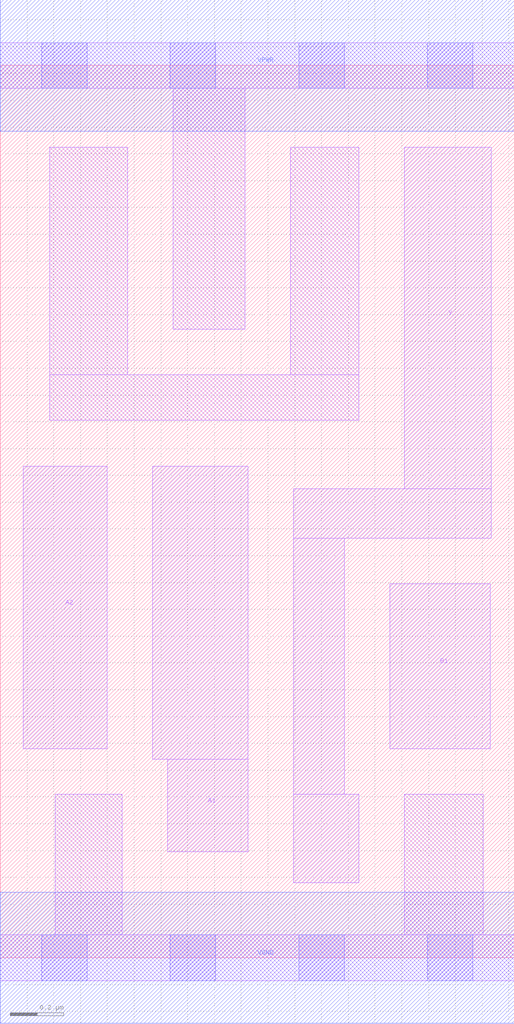
<source format=lef>
# Copyright 2020 The SkyWater PDK Authors
#
# Licensed under the Apache License, Version 2.0 (the "License");
# you may not use this file except in compliance with the License.
# You may obtain a copy of the License at
#
#     https://www.apache.org/licenses/LICENSE-2.0
#
# Unless required by applicable law or agreed to in writing, software
# distributed under the License is distributed on an "AS IS" BASIS,
# WITHOUT WARRANTIES OR CONDITIONS OF ANY KIND, either express or implied.
# See the License for the specific language governing permissions and
# limitations under the License.
#
# SPDX-License-Identifier: Apache-2.0

VERSION 5.7 ;
  NAMESCASESENSITIVE ON ;
  NOWIREEXTENSIONATPIN ON ;
  DIVIDERCHAR "/" ;
  BUSBITCHARS "[]" ;
UNITS
  DATABASE MICRONS 200 ;
END UNITS
MACRO sky130_fd_sc_lp__a21oi_0
  CLASS CORE ;
  SOURCE USER ;
  FOREIGN sky130_fd_sc_lp__a21oi_0 ;
  ORIGIN  0.000000  0.000000 ;
  SIZE  1.920000 BY  3.330000 ;
  SYMMETRY X Y R90 ;
  SITE unit ;
  PIN A1
    ANTENNAGATEAREA  0.159000 ;
    DIRECTION INPUT ;
    USE SIGNAL ;
    PORT
      LAYER li1 ;
        RECT 0.570000 0.740000 0.925000 1.835000 ;
        RECT 0.625000 0.395000 0.925000 0.740000 ;
    END
  END A1
  PIN A2
    ANTENNAGATEAREA  0.159000 ;
    DIRECTION INPUT ;
    USE SIGNAL ;
    PORT
      LAYER li1 ;
        RECT 0.085000 0.780000 0.400000 1.835000 ;
    END
  END A2
  PIN B1
    ANTENNAGATEAREA  0.159000 ;
    DIRECTION INPUT ;
    USE SIGNAL ;
    PORT
      LAYER li1 ;
        RECT 1.455000 0.780000 1.830000 1.395000 ;
    END
  END B1
  PIN Y
    ANTENNADIFFAREA  0.287200 ;
    DIRECTION OUTPUT ;
    USE SIGNAL ;
    PORT
      LAYER li1 ;
        RECT 1.095000 0.280000 1.340000 0.610000 ;
        RECT 1.095000 0.610000 1.285000 1.565000 ;
        RECT 1.095000 1.565000 1.835000 1.750000 ;
        RECT 1.510000 1.750000 1.835000 3.025000 ;
    END
  END Y
  PIN VGND
    DIRECTION INOUT ;
    USE GROUND ;
    PORT
      LAYER met1 ;
        RECT 0.000000 -0.245000 1.920000 0.245000 ;
    END
  END VGND
  PIN VPWR
    DIRECTION INOUT ;
    USE POWER ;
    PORT
      LAYER met1 ;
        RECT 0.000000 3.085000 1.920000 3.575000 ;
    END
  END VPWR
  OBS
    LAYER li1 ;
      RECT 0.000000 -0.085000 1.920000 0.085000 ;
      RECT 0.000000  3.245000 1.920000 3.415000 ;
      RECT 0.185000  2.005000 1.340000 2.175000 ;
      RECT 0.185000  2.175000 0.475000 3.025000 ;
      RECT 0.205000  0.085000 0.455000 0.610000 ;
      RECT 0.645000  2.345000 0.915000 3.245000 ;
      RECT 1.085000  2.175000 1.340000 3.025000 ;
      RECT 1.510000  0.085000 1.805000 0.610000 ;
    LAYER mcon ;
      RECT 0.155000 -0.085000 0.325000 0.085000 ;
      RECT 0.155000  3.245000 0.325000 3.415000 ;
      RECT 0.635000 -0.085000 0.805000 0.085000 ;
      RECT 0.635000  3.245000 0.805000 3.415000 ;
      RECT 1.115000 -0.085000 1.285000 0.085000 ;
      RECT 1.115000  3.245000 1.285000 3.415000 ;
      RECT 1.595000 -0.085000 1.765000 0.085000 ;
      RECT 1.595000  3.245000 1.765000 3.415000 ;
  END
END sky130_fd_sc_lp__a21oi_0
END LIBRARY

</source>
